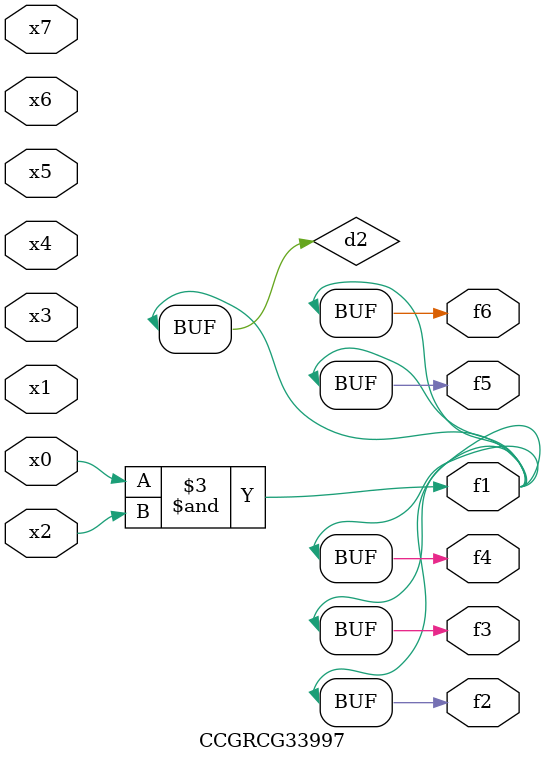
<source format=v>
module CCGRCG33997(
	input x0, x1, x2, x3, x4, x5, x6, x7,
	output f1, f2, f3, f4, f5, f6
);

	wire d1, d2;

	nor (d1, x3, x6);
	and (d2, x0, x2);
	assign f1 = d2;
	assign f2 = d2;
	assign f3 = d2;
	assign f4 = d2;
	assign f5 = d2;
	assign f6 = d2;
endmodule

</source>
